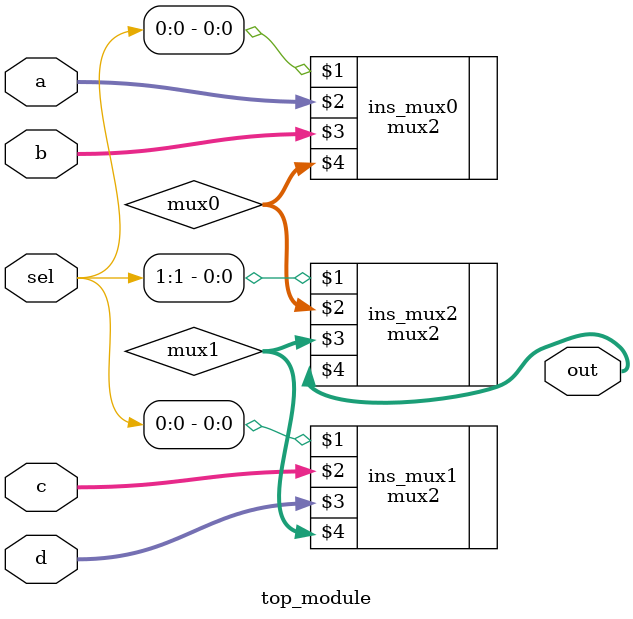
<source format=v>
module top_module (
    input [1:0] sel,
    input [7:0] a,
    input [7:0] b,
    input [7:0] c,
    input [7:0] d,
    output [7:0] out  );

    wire[7:0] mux0, mux1;
    mux2 ins_mux0 ( sel[0],    a,    b, mux0 );
    mux2 ins_mux1 ( sel[0],    c,    d, mux1 );
    mux2 ins_mux2 ( sel[1], mux0, mux1,  out );

endmodule
</source>
